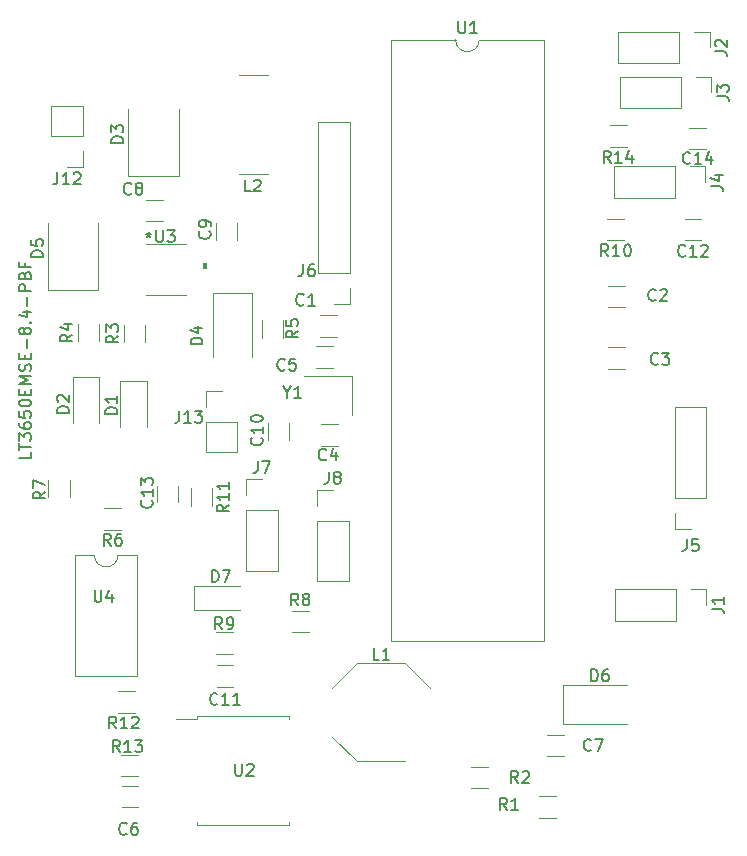
<source format=gbr>
%TF.GenerationSoftware,KiCad,Pcbnew,(6.0.7-1)-1*%
%TF.CreationDate,2023-05-02T22:47:35-04:00*%
%TF.ProjectId,pcb,7063622e-6b69-4636-9164-5f7063625858,rev?*%
%TF.SameCoordinates,Original*%
%TF.FileFunction,Legend,Top*%
%TF.FilePolarity,Positive*%
%FSLAX46Y46*%
G04 Gerber Fmt 4.6, Leading zero omitted, Abs format (unit mm)*
G04 Created by KiCad (PCBNEW (6.0.7-1)-1) date 2023-05-02 22:47:35*
%MOMM*%
%LPD*%
G01*
G04 APERTURE LIST*
%ADD10C,0.150000*%
%ADD11C,0.120000*%
%ADD12C,0.100000*%
G04 APERTURE END LIST*
D10*
%TO.C,L2*%
X125943333Y-83682380D02*
X125467142Y-83682380D01*
X125467142Y-82682380D01*
X126229047Y-82777619D02*
X126276666Y-82730000D01*
X126371904Y-82682380D01*
X126610000Y-82682380D01*
X126705238Y-82730000D01*
X126752857Y-82777619D01*
X126800476Y-82872857D01*
X126800476Y-82968095D01*
X126752857Y-83110952D01*
X126181428Y-83682380D01*
X126800476Y-83682380D01*
%TO.C,J7*%
X126566666Y-106522380D02*
X126566666Y-107236666D01*
X126519047Y-107379523D01*
X126423809Y-107474761D01*
X126280952Y-107522380D01*
X126185714Y-107522380D01*
X126947619Y-106522380D02*
X127614285Y-106522380D01*
X127185714Y-107522380D01*
%TO.C,J8*%
X132566666Y-107422380D02*
X132566666Y-108136666D01*
X132519047Y-108279523D01*
X132423809Y-108374761D01*
X132280952Y-108422380D01*
X132185714Y-108422380D01*
X133185714Y-107850952D02*
X133090476Y-107803333D01*
X133042857Y-107755714D01*
X132995238Y-107660476D01*
X132995238Y-107612857D01*
X133042857Y-107517619D01*
X133090476Y-107470000D01*
X133185714Y-107422380D01*
X133376190Y-107422380D01*
X133471428Y-107470000D01*
X133519047Y-107517619D01*
X133566666Y-107612857D01*
X133566666Y-107660476D01*
X133519047Y-107755714D01*
X133471428Y-107803333D01*
X133376190Y-107850952D01*
X133185714Y-107850952D01*
X133090476Y-107898571D01*
X133042857Y-107946190D01*
X132995238Y-108041428D01*
X132995238Y-108231904D01*
X133042857Y-108327142D01*
X133090476Y-108374761D01*
X133185714Y-108422380D01*
X133376190Y-108422380D01*
X133471428Y-108374761D01*
X133519047Y-108327142D01*
X133566666Y-108231904D01*
X133566666Y-108041428D01*
X133519047Y-107946190D01*
X133471428Y-107898571D01*
X133376190Y-107850952D01*
%TO.C,C4*%
X132333333Y-106357142D02*
X132285714Y-106404761D01*
X132142857Y-106452380D01*
X132047619Y-106452380D01*
X131904761Y-106404761D01*
X131809523Y-106309523D01*
X131761904Y-106214285D01*
X131714285Y-106023809D01*
X131714285Y-105880952D01*
X131761904Y-105690476D01*
X131809523Y-105595238D01*
X131904761Y-105500000D01*
X132047619Y-105452380D01*
X132142857Y-105452380D01*
X132285714Y-105500000D01*
X132333333Y-105547619D01*
X133190476Y-105785714D02*
X133190476Y-106452380D01*
X132952380Y-105404761D02*
X132714285Y-106119047D01*
X133333333Y-106119047D01*
%TO.C,Y1*%
X129023809Y-100676190D02*
X129023809Y-101152380D01*
X128690476Y-100152380D02*
X129023809Y-100676190D01*
X129357142Y-100152380D01*
X130214285Y-101152380D02*
X129642857Y-101152380D01*
X129928571Y-101152380D02*
X129928571Y-100152380D01*
X129833333Y-100295238D01*
X129738095Y-100390476D01*
X129642857Y-100438095D01*
%TO.C,U1*%
X143533095Y-69297380D02*
X143533095Y-70106904D01*
X143580714Y-70202142D01*
X143628333Y-70249761D01*
X143723571Y-70297380D01*
X143914047Y-70297380D01*
X144009285Y-70249761D01*
X144056904Y-70202142D01*
X144104523Y-70106904D01*
X144104523Y-69297380D01*
X145104523Y-70297380D02*
X144533095Y-70297380D01*
X144818809Y-70297380D02*
X144818809Y-69297380D01*
X144723571Y-69440238D01*
X144628333Y-69535476D01*
X144533095Y-69583095D01*
%TO.C,C5*%
X128833333Y-98757142D02*
X128785714Y-98804761D01*
X128642857Y-98852380D01*
X128547619Y-98852380D01*
X128404761Y-98804761D01*
X128309523Y-98709523D01*
X128261904Y-98614285D01*
X128214285Y-98423809D01*
X128214285Y-98280952D01*
X128261904Y-98090476D01*
X128309523Y-97995238D01*
X128404761Y-97900000D01*
X128547619Y-97852380D01*
X128642857Y-97852380D01*
X128785714Y-97900000D01*
X128833333Y-97947619D01*
X129738095Y-97852380D02*
X129261904Y-97852380D01*
X129214285Y-98328571D01*
X129261904Y-98280952D01*
X129357142Y-98233333D01*
X129595238Y-98233333D01*
X129690476Y-98280952D01*
X129738095Y-98328571D01*
X129785714Y-98423809D01*
X129785714Y-98661904D01*
X129738095Y-98757142D01*
X129690476Y-98804761D01*
X129595238Y-98852380D01*
X129357142Y-98852380D01*
X129261904Y-98804761D01*
X129214285Y-98757142D01*
%TO.C,U3*%
X117938095Y-86952380D02*
X117938095Y-87761904D01*
X117985714Y-87857142D01*
X118033333Y-87904761D01*
X118128571Y-87952380D01*
X118319047Y-87952380D01*
X118414285Y-87904761D01*
X118461904Y-87857142D01*
X118509523Y-87761904D01*
X118509523Y-86952380D01*
X118890476Y-86952380D02*
X119509523Y-86952380D01*
X119176190Y-87333333D01*
X119319047Y-87333333D01*
X119414285Y-87380952D01*
X119461904Y-87428571D01*
X119509523Y-87523809D01*
X119509523Y-87761904D01*
X119461904Y-87857142D01*
X119414285Y-87904761D01*
X119319047Y-87952380D01*
X119033333Y-87952380D01*
X118938095Y-87904761D01*
X118890476Y-87857142D01*
X107352380Y-105785714D02*
X107352380Y-106261904D01*
X106352380Y-106261904D01*
X106352380Y-105595238D02*
X106352380Y-105023809D01*
X107352380Y-105309523D02*
X106352380Y-105309523D01*
X106352380Y-104785714D02*
X106352380Y-104166666D01*
X106733333Y-104500000D01*
X106733333Y-104357142D01*
X106780952Y-104261904D01*
X106828571Y-104214285D01*
X106923809Y-104166666D01*
X107161904Y-104166666D01*
X107257142Y-104214285D01*
X107304761Y-104261904D01*
X107352380Y-104357142D01*
X107352380Y-104642857D01*
X107304761Y-104738095D01*
X107257142Y-104785714D01*
X106352380Y-103309523D02*
X106352380Y-103500000D01*
X106400000Y-103595238D01*
X106447619Y-103642857D01*
X106590476Y-103738095D01*
X106780952Y-103785714D01*
X107161904Y-103785714D01*
X107257142Y-103738095D01*
X107304761Y-103690476D01*
X107352380Y-103595238D01*
X107352380Y-103404761D01*
X107304761Y-103309523D01*
X107257142Y-103261904D01*
X107161904Y-103214285D01*
X106923809Y-103214285D01*
X106828571Y-103261904D01*
X106780952Y-103309523D01*
X106733333Y-103404761D01*
X106733333Y-103595238D01*
X106780952Y-103690476D01*
X106828571Y-103738095D01*
X106923809Y-103785714D01*
X106352380Y-102309523D02*
X106352380Y-102785714D01*
X106828571Y-102833333D01*
X106780952Y-102785714D01*
X106733333Y-102690476D01*
X106733333Y-102452380D01*
X106780952Y-102357142D01*
X106828571Y-102309523D01*
X106923809Y-102261904D01*
X107161904Y-102261904D01*
X107257142Y-102309523D01*
X107304761Y-102357142D01*
X107352380Y-102452380D01*
X107352380Y-102690476D01*
X107304761Y-102785714D01*
X107257142Y-102833333D01*
X106352380Y-101642857D02*
X106352380Y-101547619D01*
X106400000Y-101452380D01*
X106447619Y-101404761D01*
X106542857Y-101357142D01*
X106733333Y-101309523D01*
X106971428Y-101309523D01*
X107161904Y-101357142D01*
X107257142Y-101404761D01*
X107304761Y-101452380D01*
X107352380Y-101547619D01*
X107352380Y-101642857D01*
X107304761Y-101738095D01*
X107257142Y-101785714D01*
X107161904Y-101833333D01*
X106971428Y-101880952D01*
X106733333Y-101880952D01*
X106542857Y-101833333D01*
X106447619Y-101785714D01*
X106400000Y-101738095D01*
X106352380Y-101642857D01*
X106828571Y-100880952D02*
X106828571Y-100547619D01*
X107352380Y-100404761D02*
X107352380Y-100880952D01*
X106352380Y-100880952D01*
X106352380Y-100404761D01*
X107352380Y-99976190D02*
X106352380Y-99976190D01*
X107066666Y-99642857D01*
X106352380Y-99309523D01*
X107352380Y-99309523D01*
X107304761Y-98880952D02*
X107352380Y-98738095D01*
X107352380Y-98500000D01*
X107304761Y-98404761D01*
X107257142Y-98357142D01*
X107161904Y-98309523D01*
X107066666Y-98309523D01*
X106971428Y-98357142D01*
X106923809Y-98404761D01*
X106876190Y-98500000D01*
X106828571Y-98690476D01*
X106780952Y-98785714D01*
X106733333Y-98833333D01*
X106638095Y-98880952D01*
X106542857Y-98880952D01*
X106447619Y-98833333D01*
X106400000Y-98785714D01*
X106352380Y-98690476D01*
X106352380Y-98452380D01*
X106400000Y-98309523D01*
X106828571Y-97880952D02*
X106828571Y-97547619D01*
X107352380Y-97404761D02*
X107352380Y-97880952D01*
X106352380Y-97880952D01*
X106352380Y-97404761D01*
X106971428Y-96976190D02*
X106971428Y-96214285D01*
X106780952Y-95595238D02*
X106733333Y-95690476D01*
X106685714Y-95738095D01*
X106590476Y-95785714D01*
X106542857Y-95785714D01*
X106447619Y-95738095D01*
X106400000Y-95690476D01*
X106352380Y-95595238D01*
X106352380Y-95404761D01*
X106400000Y-95309523D01*
X106447619Y-95261904D01*
X106542857Y-95214285D01*
X106590476Y-95214285D01*
X106685714Y-95261904D01*
X106733333Y-95309523D01*
X106780952Y-95404761D01*
X106780952Y-95595238D01*
X106828571Y-95690476D01*
X106876190Y-95738095D01*
X106971428Y-95785714D01*
X107161904Y-95785714D01*
X107257142Y-95738095D01*
X107304761Y-95690476D01*
X107352380Y-95595238D01*
X107352380Y-95404761D01*
X107304761Y-95309523D01*
X107257142Y-95261904D01*
X107161904Y-95214285D01*
X106971428Y-95214285D01*
X106876190Y-95261904D01*
X106828571Y-95309523D01*
X106780952Y-95404761D01*
X107257142Y-94785714D02*
X107304761Y-94738095D01*
X107352380Y-94785714D01*
X107304761Y-94833333D01*
X107257142Y-94785714D01*
X107352380Y-94785714D01*
X106685714Y-93880952D02*
X107352380Y-93880952D01*
X106304761Y-94119047D02*
X107019047Y-94357142D01*
X107019047Y-93738095D01*
X106971428Y-93357142D02*
X106971428Y-92595238D01*
X107352380Y-92119047D02*
X106352380Y-92119047D01*
X106352380Y-91738095D01*
X106400000Y-91642857D01*
X106447619Y-91595238D01*
X106542857Y-91547619D01*
X106685714Y-91547619D01*
X106780952Y-91595238D01*
X106828571Y-91642857D01*
X106876190Y-91738095D01*
X106876190Y-92119047D01*
X106828571Y-90785714D02*
X106876190Y-90642857D01*
X106923809Y-90595238D01*
X107019047Y-90547619D01*
X107161904Y-90547619D01*
X107257142Y-90595238D01*
X107304761Y-90642857D01*
X107352380Y-90738095D01*
X107352380Y-91119047D01*
X106352380Y-91119047D01*
X106352380Y-90785714D01*
X106400000Y-90690476D01*
X106447619Y-90642857D01*
X106542857Y-90595238D01*
X106638095Y-90595238D01*
X106733333Y-90642857D01*
X106780952Y-90690476D01*
X106828571Y-90785714D01*
X106828571Y-91119047D01*
X106828571Y-89785714D02*
X106828571Y-90119047D01*
X107352380Y-90119047D02*
X106352380Y-90119047D01*
X106352380Y-89642857D01*
X117300000Y-87152380D02*
X117300000Y-87390476D01*
X117061904Y-87295238D02*
X117300000Y-87390476D01*
X117538095Y-87295238D01*
X117157142Y-87580952D02*
X117300000Y-87390476D01*
X117442857Y-87580952D01*
%TO.C,C8*%
X115833333Y-83857142D02*
X115785714Y-83904761D01*
X115642857Y-83952380D01*
X115547619Y-83952380D01*
X115404761Y-83904761D01*
X115309523Y-83809523D01*
X115261904Y-83714285D01*
X115214285Y-83523809D01*
X115214285Y-83380952D01*
X115261904Y-83190476D01*
X115309523Y-83095238D01*
X115404761Y-83000000D01*
X115547619Y-82952380D01*
X115642857Y-82952380D01*
X115785714Y-83000000D01*
X115833333Y-83047619D01*
X116404761Y-83380952D02*
X116309523Y-83333333D01*
X116261904Y-83285714D01*
X116214285Y-83190476D01*
X116214285Y-83142857D01*
X116261904Y-83047619D01*
X116309523Y-83000000D01*
X116404761Y-82952380D01*
X116595238Y-82952380D01*
X116690476Y-83000000D01*
X116738095Y-83047619D01*
X116785714Y-83142857D01*
X116785714Y-83190476D01*
X116738095Y-83285714D01*
X116690476Y-83333333D01*
X116595238Y-83380952D01*
X116404761Y-83380952D01*
X116309523Y-83428571D01*
X116261904Y-83476190D01*
X116214285Y-83571428D01*
X116214285Y-83761904D01*
X116261904Y-83857142D01*
X116309523Y-83904761D01*
X116404761Y-83952380D01*
X116595238Y-83952380D01*
X116690476Y-83904761D01*
X116738095Y-83857142D01*
X116785714Y-83761904D01*
X116785714Y-83571428D01*
X116738095Y-83476190D01*
X116690476Y-83428571D01*
X116595238Y-83380952D01*
%TO.C,D3*%
X115152380Y-79588095D02*
X114152380Y-79588095D01*
X114152380Y-79350000D01*
X114200000Y-79207142D01*
X114295238Y-79111904D01*
X114390476Y-79064285D01*
X114580952Y-79016666D01*
X114723809Y-79016666D01*
X114914285Y-79064285D01*
X115009523Y-79111904D01*
X115104761Y-79207142D01*
X115152380Y-79350000D01*
X115152380Y-79588095D01*
X114152380Y-78683333D02*
X114152380Y-78064285D01*
X114533333Y-78397619D01*
X114533333Y-78254761D01*
X114580952Y-78159523D01*
X114628571Y-78111904D01*
X114723809Y-78064285D01*
X114961904Y-78064285D01*
X115057142Y-78111904D01*
X115104761Y-78159523D01*
X115152380Y-78254761D01*
X115152380Y-78540476D01*
X115104761Y-78635714D01*
X115057142Y-78683333D01*
%TO.C,C13*%
X117557142Y-109842857D02*
X117604761Y-109890476D01*
X117652380Y-110033333D01*
X117652380Y-110128571D01*
X117604761Y-110271428D01*
X117509523Y-110366666D01*
X117414285Y-110414285D01*
X117223809Y-110461904D01*
X117080952Y-110461904D01*
X116890476Y-110414285D01*
X116795238Y-110366666D01*
X116700000Y-110271428D01*
X116652380Y-110128571D01*
X116652380Y-110033333D01*
X116700000Y-109890476D01*
X116747619Y-109842857D01*
X117652380Y-108890476D02*
X117652380Y-109461904D01*
X117652380Y-109176190D02*
X116652380Y-109176190D01*
X116795238Y-109271428D01*
X116890476Y-109366666D01*
X116938095Y-109461904D01*
X116652380Y-108557142D02*
X116652380Y-107938095D01*
X117033333Y-108271428D01*
X117033333Y-108128571D01*
X117080952Y-108033333D01*
X117128571Y-107985714D01*
X117223809Y-107938095D01*
X117461904Y-107938095D01*
X117557142Y-107985714D01*
X117604761Y-108033333D01*
X117652380Y-108128571D01*
X117652380Y-108414285D01*
X117604761Y-108509523D01*
X117557142Y-108557142D01*
%TO.C,D5*%
X108352380Y-89238095D02*
X107352380Y-89238095D01*
X107352380Y-89000000D01*
X107400000Y-88857142D01*
X107495238Y-88761904D01*
X107590476Y-88714285D01*
X107780952Y-88666666D01*
X107923809Y-88666666D01*
X108114285Y-88714285D01*
X108209523Y-88761904D01*
X108304761Y-88857142D01*
X108352380Y-89000000D01*
X108352380Y-89238095D01*
X107352380Y-87761904D02*
X107352380Y-88238095D01*
X107828571Y-88285714D01*
X107780952Y-88238095D01*
X107733333Y-88142857D01*
X107733333Y-87904761D01*
X107780952Y-87809523D01*
X107828571Y-87761904D01*
X107923809Y-87714285D01*
X108161904Y-87714285D01*
X108257142Y-87761904D01*
X108304761Y-87809523D01*
X108352380Y-87904761D01*
X108352380Y-88142857D01*
X108304761Y-88238095D01*
X108257142Y-88285714D01*
%TO.C,R14*%
X156419642Y-81264880D02*
X156086309Y-80788690D01*
X155848214Y-81264880D02*
X155848214Y-80264880D01*
X156229166Y-80264880D01*
X156324404Y-80312500D01*
X156372023Y-80360119D01*
X156419642Y-80455357D01*
X156419642Y-80598214D01*
X156372023Y-80693452D01*
X156324404Y-80741071D01*
X156229166Y-80788690D01*
X155848214Y-80788690D01*
X157372023Y-81264880D02*
X156800595Y-81264880D01*
X157086309Y-81264880D02*
X157086309Y-80264880D01*
X156991071Y-80407738D01*
X156895833Y-80502976D01*
X156800595Y-80550595D01*
X158229166Y-80598214D02*
X158229166Y-81264880D01*
X157991071Y-80217261D02*
X157752976Y-80931547D01*
X158372023Y-80931547D01*
%TO.C,J6*%
X130366666Y-89852380D02*
X130366666Y-90566666D01*
X130319047Y-90709523D01*
X130223809Y-90804761D01*
X130080952Y-90852380D01*
X129985714Y-90852380D01*
X131271428Y-89852380D02*
X131080952Y-89852380D01*
X130985714Y-89900000D01*
X130938095Y-89947619D01*
X130842857Y-90090476D01*
X130795238Y-90280952D01*
X130795238Y-90661904D01*
X130842857Y-90757142D01*
X130890476Y-90804761D01*
X130985714Y-90852380D01*
X131176190Y-90852380D01*
X131271428Y-90804761D01*
X131319047Y-90757142D01*
X131366666Y-90661904D01*
X131366666Y-90423809D01*
X131319047Y-90328571D01*
X131271428Y-90280952D01*
X131176190Y-90233333D01*
X130985714Y-90233333D01*
X130890476Y-90280952D01*
X130842857Y-90328571D01*
X130795238Y-90423809D01*
%TO.C,U2*%
X124638095Y-132152380D02*
X124638095Y-132961904D01*
X124685714Y-133057142D01*
X124733333Y-133104761D01*
X124828571Y-133152380D01*
X125019047Y-133152380D01*
X125114285Y-133104761D01*
X125161904Y-133057142D01*
X125209523Y-132961904D01*
X125209523Y-132152380D01*
X125638095Y-132247619D02*
X125685714Y-132200000D01*
X125780952Y-132152380D01*
X126019047Y-132152380D01*
X126114285Y-132200000D01*
X126161904Y-132247619D01*
X126209523Y-132342857D01*
X126209523Y-132438095D01*
X126161904Y-132580952D01*
X125590476Y-133152380D01*
X126209523Y-133152380D01*
%TO.C,L1*%
X136833333Y-123352380D02*
X136357142Y-123352380D01*
X136357142Y-122352380D01*
X137690476Y-123352380D02*
X137119047Y-123352380D01*
X137404761Y-123352380D02*
X137404761Y-122352380D01*
X137309523Y-122495238D01*
X137214285Y-122590476D01*
X137119047Y-122638095D01*
%TO.C,R2*%
X148583333Y-133752380D02*
X148250000Y-133276190D01*
X148011904Y-133752380D02*
X148011904Y-132752380D01*
X148392857Y-132752380D01*
X148488095Y-132800000D01*
X148535714Y-132847619D01*
X148583333Y-132942857D01*
X148583333Y-133085714D01*
X148535714Y-133180952D01*
X148488095Y-133228571D01*
X148392857Y-133276190D01*
X148011904Y-133276190D01*
X148964285Y-132847619D02*
X149011904Y-132800000D01*
X149107142Y-132752380D01*
X149345238Y-132752380D01*
X149440476Y-132800000D01*
X149488095Y-132847619D01*
X149535714Y-132942857D01*
X149535714Y-133038095D01*
X149488095Y-133180952D01*
X148916666Y-133752380D01*
X149535714Y-133752380D01*
%TO.C,J4*%
X164907380Y-83233333D02*
X165621666Y-83233333D01*
X165764523Y-83280952D01*
X165859761Y-83376190D01*
X165907380Y-83519047D01*
X165907380Y-83614285D01*
X165240714Y-82328571D02*
X165907380Y-82328571D01*
X164859761Y-82566666D02*
X165574047Y-82804761D01*
X165574047Y-82185714D01*
%TO.C,R8*%
X129970833Y-118732380D02*
X129637500Y-118256190D01*
X129399404Y-118732380D02*
X129399404Y-117732380D01*
X129780357Y-117732380D01*
X129875595Y-117780000D01*
X129923214Y-117827619D01*
X129970833Y-117922857D01*
X129970833Y-118065714D01*
X129923214Y-118160952D01*
X129875595Y-118208571D01*
X129780357Y-118256190D01*
X129399404Y-118256190D01*
X130542261Y-118160952D02*
X130447023Y-118113333D01*
X130399404Y-118065714D01*
X130351785Y-117970476D01*
X130351785Y-117922857D01*
X130399404Y-117827619D01*
X130447023Y-117780000D01*
X130542261Y-117732380D01*
X130732738Y-117732380D01*
X130827976Y-117780000D01*
X130875595Y-117827619D01*
X130923214Y-117922857D01*
X130923214Y-117970476D01*
X130875595Y-118065714D01*
X130827976Y-118113333D01*
X130732738Y-118160952D01*
X130542261Y-118160952D01*
X130447023Y-118208571D01*
X130399404Y-118256190D01*
X130351785Y-118351428D01*
X130351785Y-118541904D01*
X130399404Y-118637142D01*
X130447023Y-118684761D01*
X130542261Y-118732380D01*
X130732738Y-118732380D01*
X130827976Y-118684761D01*
X130875595Y-118637142D01*
X130923214Y-118541904D01*
X130923214Y-118351428D01*
X130875595Y-118256190D01*
X130827976Y-118208571D01*
X130732738Y-118160952D01*
%TO.C,R11*%
X124072380Y-110205357D02*
X123596190Y-110538690D01*
X124072380Y-110776785D02*
X123072380Y-110776785D01*
X123072380Y-110395833D01*
X123120000Y-110300595D01*
X123167619Y-110252976D01*
X123262857Y-110205357D01*
X123405714Y-110205357D01*
X123500952Y-110252976D01*
X123548571Y-110300595D01*
X123596190Y-110395833D01*
X123596190Y-110776785D01*
X124072380Y-109252976D02*
X124072380Y-109824404D01*
X124072380Y-109538690D02*
X123072380Y-109538690D01*
X123215238Y-109633928D01*
X123310476Y-109729166D01*
X123358095Y-109824404D01*
X124072380Y-108300595D02*
X124072380Y-108872023D01*
X124072380Y-108586309D02*
X123072380Y-108586309D01*
X123215238Y-108681547D01*
X123310476Y-108776785D01*
X123358095Y-108872023D01*
%TO.C,R5*%
X129952380Y-95466666D02*
X129476190Y-95800000D01*
X129952380Y-96038095D02*
X128952380Y-96038095D01*
X128952380Y-95657142D01*
X129000000Y-95561904D01*
X129047619Y-95514285D01*
X129142857Y-95466666D01*
X129285714Y-95466666D01*
X129380952Y-95514285D01*
X129428571Y-95561904D01*
X129476190Y-95657142D01*
X129476190Y-96038095D01*
X128952380Y-94561904D02*
X128952380Y-95038095D01*
X129428571Y-95085714D01*
X129380952Y-95038095D01*
X129333333Y-94942857D01*
X129333333Y-94704761D01*
X129380952Y-94609523D01*
X129428571Y-94561904D01*
X129523809Y-94514285D01*
X129761904Y-94514285D01*
X129857142Y-94561904D01*
X129904761Y-94609523D01*
X129952380Y-94704761D01*
X129952380Y-94942857D01*
X129904761Y-95038095D01*
X129857142Y-95085714D01*
%TO.C,R6*%
X114095833Y-113672380D02*
X113762500Y-113196190D01*
X113524404Y-113672380D02*
X113524404Y-112672380D01*
X113905357Y-112672380D01*
X114000595Y-112720000D01*
X114048214Y-112767619D01*
X114095833Y-112862857D01*
X114095833Y-113005714D01*
X114048214Y-113100952D01*
X114000595Y-113148571D01*
X113905357Y-113196190D01*
X113524404Y-113196190D01*
X114952976Y-112672380D02*
X114762500Y-112672380D01*
X114667261Y-112720000D01*
X114619642Y-112767619D01*
X114524404Y-112910476D01*
X114476785Y-113100952D01*
X114476785Y-113481904D01*
X114524404Y-113577142D01*
X114572023Y-113624761D01*
X114667261Y-113672380D01*
X114857738Y-113672380D01*
X114952976Y-113624761D01*
X115000595Y-113577142D01*
X115048214Y-113481904D01*
X115048214Y-113243809D01*
X115000595Y-113148571D01*
X114952976Y-113100952D01*
X114857738Y-113053333D01*
X114667261Y-113053333D01*
X114572023Y-113100952D01*
X114524404Y-113148571D01*
X114476785Y-113243809D01*
%TO.C,J12*%
X109590476Y-82082380D02*
X109590476Y-82796666D01*
X109542857Y-82939523D01*
X109447619Y-83034761D01*
X109304761Y-83082380D01*
X109209523Y-83082380D01*
X110590476Y-83082380D02*
X110019047Y-83082380D01*
X110304761Y-83082380D02*
X110304761Y-82082380D01*
X110209523Y-82225238D01*
X110114285Y-82320476D01*
X110019047Y-82368095D01*
X110971428Y-82177619D02*
X111019047Y-82130000D01*
X111114285Y-82082380D01*
X111352380Y-82082380D01*
X111447619Y-82130000D01*
X111495238Y-82177619D01*
X111542857Y-82272857D01*
X111542857Y-82368095D01*
X111495238Y-82510952D01*
X110923809Y-83082380D01*
X111542857Y-83082380D01*
%TO.C,C6*%
X115433333Y-138057142D02*
X115385714Y-138104761D01*
X115242857Y-138152380D01*
X115147619Y-138152380D01*
X115004761Y-138104761D01*
X114909523Y-138009523D01*
X114861904Y-137914285D01*
X114814285Y-137723809D01*
X114814285Y-137580952D01*
X114861904Y-137390476D01*
X114909523Y-137295238D01*
X115004761Y-137200000D01*
X115147619Y-137152380D01*
X115242857Y-137152380D01*
X115385714Y-137200000D01*
X115433333Y-137247619D01*
X116290476Y-137152380D02*
X116100000Y-137152380D01*
X116004761Y-137200000D01*
X115957142Y-137247619D01*
X115861904Y-137390476D01*
X115814285Y-137580952D01*
X115814285Y-137961904D01*
X115861904Y-138057142D01*
X115909523Y-138104761D01*
X116004761Y-138152380D01*
X116195238Y-138152380D01*
X116290476Y-138104761D01*
X116338095Y-138057142D01*
X116385714Y-137961904D01*
X116385714Y-137723809D01*
X116338095Y-137628571D01*
X116290476Y-137580952D01*
X116195238Y-137533333D01*
X116004761Y-137533333D01*
X115909523Y-137580952D01*
X115861904Y-137628571D01*
X115814285Y-137723809D01*
%TO.C,D1*%
X114652380Y-102538095D02*
X113652380Y-102538095D01*
X113652380Y-102300000D01*
X113700000Y-102157142D01*
X113795238Y-102061904D01*
X113890476Y-102014285D01*
X114080952Y-101966666D01*
X114223809Y-101966666D01*
X114414285Y-102014285D01*
X114509523Y-102061904D01*
X114604761Y-102157142D01*
X114652380Y-102300000D01*
X114652380Y-102538095D01*
X114652380Y-101014285D02*
X114652380Y-101585714D01*
X114652380Y-101300000D02*
X113652380Y-101300000D01*
X113795238Y-101395238D01*
X113890476Y-101490476D01*
X113938095Y-101585714D01*
%TO.C,C9*%
X122457142Y-87066666D02*
X122504761Y-87114285D01*
X122552380Y-87257142D01*
X122552380Y-87352380D01*
X122504761Y-87495238D01*
X122409523Y-87590476D01*
X122314285Y-87638095D01*
X122123809Y-87685714D01*
X121980952Y-87685714D01*
X121790476Y-87638095D01*
X121695238Y-87590476D01*
X121600000Y-87495238D01*
X121552380Y-87352380D01*
X121552380Y-87257142D01*
X121600000Y-87114285D01*
X121647619Y-87066666D01*
X122552380Y-86590476D02*
X122552380Y-86400000D01*
X122504761Y-86304761D01*
X122457142Y-86257142D01*
X122314285Y-86161904D01*
X122123809Y-86114285D01*
X121742857Y-86114285D01*
X121647619Y-86161904D01*
X121600000Y-86209523D01*
X121552380Y-86304761D01*
X121552380Y-86495238D01*
X121600000Y-86590476D01*
X121647619Y-86638095D01*
X121742857Y-86685714D01*
X121980952Y-86685714D01*
X122076190Y-86638095D01*
X122123809Y-86590476D01*
X122171428Y-86495238D01*
X122171428Y-86304761D01*
X122123809Y-86209523D01*
X122076190Y-86161904D01*
X121980952Y-86114285D01*
%TO.C,J2*%
X165262380Y-71833333D02*
X165976666Y-71833333D01*
X166119523Y-71880952D01*
X166214761Y-71976190D01*
X166262380Y-72119047D01*
X166262380Y-72214285D01*
X165357619Y-71404761D02*
X165310000Y-71357142D01*
X165262380Y-71261904D01*
X165262380Y-71023809D01*
X165310000Y-70928571D01*
X165357619Y-70880952D01*
X165452857Y-70833333D01*
X165548095Y-70833333D01*
X165690952Y-70880952D01*
X166262380Y-71452380D01*
X166262380Y-70833333D01*
%TO.C,C12*%
X162757142Y-89107142D02*
X162709523Y-89154761D01*
X162566666Y-89202380D01*
X162471428Y-89202380D01*
X162328571Y-89154761D01*
X162233333Y-89059523D01*
X162185714Y-88964285D01*
X162138095Y-88773809D01*
X162138095Y-88630952D01*
X162185714Y-88440476D01*
X162233333Y-88345238D01*
X162328571Y-88250000D01*
X162471428Y-88202380D01*
X162566666Y-88202380D01*
X162709523Y-88250000D01*
X162757142Y-88297619D01*
X163709523Y-89202380D02*
X163138095Y-89202380D01*
X163423809Y-89202380D02*
X163423809Y-88202380D01*
X163328571Y-88345238D01*
X163233333Y-88440476D01*
X163138095Y-88488095D01*
X164090476Y-88297619D02*
X164138095Y-88250000D01*
X164233333Y-88202380D01*
X164471428Y-88202380D01*
X164566666Y-88250000D01*
X164614285Y-88297619D01*
X164661904Y-88392857D01*
X164661904Y-88488095D01*
X164614285Y-88630952D01*
X164042857Y-89202380D01*
X164661904Y-89202380D01*
%TO.C,C2*%
X160233333Y-92857142D02*
X160185714Y-92904761D01*
X160042857Y-92952380D01*
X159947619Y-92952380D01*
X159804761Y-92904761D01*
X159709523Y-92809523D01*
X159661904Y-92714285D01*
X159614285Y-92523809D01*
X159614285Y-92380952D01*
X159661904Y-92190476D01*
X159709523Y-92095238D01*
X159804761Y-92000000D01*
X159947619Y-91952380D01*
X160042857Y-91952380D01*
X160185714Y-92000000D01*
X160233333Y-92047619D01*
X160614285Y-92047619D02*
X160661904Y-92000000D01*
X160757142Y-91952380D01*
X160995238Y-91952380D01*
X161090476Y-92000000D01*
X161138095Y-92047619D01*
X161185714Y-92142857D01*
X161185714Y-92238095D01*
X161138095Y-92380952D01*
X160566666Y-92952380D01*
X161185714Y-92952380D01*
%TO.C,R10*%
X156219642Y-89172380D02*
X155886309Y-88696190D01*
X155648214Y-89172380D02*
X155648214Y-88172380D01*
X156029166Y-88172380D01*
X156124404Y-88220000D01*
X156172023Y-88267619D01*
X156219642Y-88362857D01*
X156219642Y-88505714D01*
X156172023Y-88600952D01*
X156124404Y-88648571D01*
X156029166Y-88696190D01*
X155648214Y-88696190D01*
X157172023Y-89172380D02*
X156600595Y-89172380D01*
X156886309Y-89172380D02*
X156886309Y-88172380D01*
X156791071Y-88315238D01*
X156695833Y-88410476D01*
X156600595Y-88458095D01*
X157791071Y-88172380D02*
X157886309Y-88172380D01*
X157981547Y-88220000D01*
X158029166Y-88267619D01*
X158076785Y-88362857D01*
X158124404Y-88553333D01*
X158124404Y-88791428D01*
X158076785Y-88981904D01*
X158029166Y-89077142D01*
X157981547Y-89124761D01*
X157886309Y-89172380D01*
X157791071Y-89172380D01*
X157695833Y-89124761D01*
X157648214Y-89077142D01*
X157600595Y-88981904D01*
X157552976Y-88791428D01*
X157552976Y-88553333D01*
X157600595Y-88362857D01*
X157648214Y-88267619D01*
X157695833Y-88220000D01*
X157791071Y-88172380D01*
%TO.C,C7*%
X154758333Y-130957142D02*
X154710714Y-131004761D01*
X154567857Y-131052380D01*
X154472619Y-131052380D01*
X154329761Y-131004761D01*
X154234523Y-130909523D01*
X154186904Y-130814285D01*
X154139285Y-130623809D01*
X154139285Y-130480952D01*
X154186904Y-130290476D01*
X154234523Y-130195238D01*
X154329761Y-130100000D01*
X154472619Y-130052380D01*
X154567857Y-130052380D01*
X154710714Y-130100000D01*
X154758333Y-130147619D01*
X155091666Y-130052380D02*
X155758333Y-130052380D01*
X155329761Y-131052380D01*
%TO.C,R4*%
X110832380Y-95804166D02*
X110356190Y-96137500D01*
X110832380Y-96375595D02*
X109832380Y-96375595D01*
X109832380Y-95994642D01*
X109880000Y-95899404D01*
X109927619Y-95851785D01*
X110022857Y-95804166D01*
X110165714Y-95804166D01*
X110260952Y-95851785D01*
X110308571Y-95899404D01*
X110356190Y-95994642D01*
X110356190Y-96375595D01*
X110165714Y-94947023D02*
X110832380Y-94947023D01*
X109784761Y-95185119D02*
X110499047Y-95423214D01*
X110499047Y-94804166D01*
%TO.C,J1*%
X164982380Y-119033333D02*
X165696666Y-119033333D01*
X165839523Y-119080952D01*
X165934761Y-119176190D01*
X165982380Y-119319047D01*
X165982380Y-119414285D01*
X165982380Y-118033333D02*
X165982380Y-118604761D01*
X165982380Y-118319047D02*
X164982380Y-118319047D01*
X165125238Y-118414285D01*
X165220476Y-118509523D01*
X165268095Y-118604761D01*
%TO.C,C1*%
X130433333Y-93257142D02*
X130385714Y-93304761D01*
X130242857Y-93352380D01*
X130147619Y-93352380D01*
X130004761Y-93304761D01*
X129909523Y-93209523D01*
X129861904Y-93114285D01*
X129814285Y-92923809D01*
X129814285Y-92780952D01*
X129861904Y-92590476D01*
X129909523Y-92495238D01*
X130004761Y-92400000D01*
X130147619Y-92352380D01*
X130242857Y-92352380D01*
X130385714Y-92400000D01*
X130433333Y-92447619D01*
X131385714Y-93352380D02*
X130814285Y-93352380D01*
X131100000Y-93352380D02*
X131100000Y-92352380D01*
X131004761Y-92495238D01*
X130909523Y-92590476D01*
X130814285Y-92638095D01*
%TO.C,R7*%
X108552380Y-109104166D02*
X108076190Y-109437500D01*
X108552380Y-109675595D02*
X107552380Y-109675595D01*
X107552380Y-109294642D01*
X107600000Y-109199404D01*
X107647619Y-109151785D01*
X107742857Y-109104166D01*
X107885714Y-109104166D01*
X107980952Y-109151785D01*
X108028571Y-109199404D01*
X108076190Y-109294642D01*
X108076190Y-109675595D01*
X107552380Y-108770833D02*
X107552380Y-108104166D01*
X108552380Y-108532738D01*
%TO.C,D2*%
X110552380Y-102438095D02*
X109552380Y-102438095D01*
X109552380Y-102200000D01*
X109600000Y-102057142D01*
X109695238Y-101961904D01*
X109790476Y-101914285D01*
X109980952Y-101866666D01*
X110123809Y-101866666D01*
X110314285Y-101914285D01*
X110409523Y-101961904D01*
X110504761Y-102057142D01*
X110552380Y-102200000D01*
X110552380Y-102438095D01*
X109647619Y-101485714D02*
X109600000Y-101438095D01*
X109552380Y-101342857D01*
X109552380Y-101104761D01*
X109600000Y-101009523D01*
X109647619Y-100961904D01*
X109742857Y-100914285D01*
X109838095Y-100914285D01*
X109980952Y-100961904D01*
X110552380Y-101533333D01*
X110552380Y-100914285D01*
%TO.C,R12*%
X114557142Y-129152380D02*
X114223809Y-128676190D01*
X113985714Y-129152380D02*
X113985714Y-128152380D01*
X114366666Y-128152380D01*
X114461904Y-128200000D01*
X114509523Y-128247619D01*
X114557142Y-128342857D01*
X114557142Y-128485714D01*
X114509523Y-128580952D01*
X114461904Y-128628571D01*
X114366666Y-128676190D01*
X113985714Y-128676190D01*
X115509523Y-129152380D02*
X114938095Y-129152380D01*
X115223809Y-129152380D02*
X115223809Y-128152380D01*
X115128571Y-128295238D01*
X115033333Y-128390476D01*
X114938095Y-128438095D01*
X115890476Y-128247619D02*
X115938095Y-128200000D01*
X116033333Y-128152380D01*
X116271428Y-128152380D01*
X116366666Y-128200000D01*
X116414285Y-128247619D01*
X116461904Y-128342857D01*
X116461904Y-128438095D01*
X116414285Y-128580952D01*
X115842857Y-129152380D01*
X116461904Y-129152380D01*
%TO.C,R1*%
X147633333Y-136052380D02*
X147300000Y-135576190D01*
X147061904Y-136052380D02*
X147061904Y-135052380D01*
X147442857Y-135052380D01*
X147538095Y-135100000D01*
X147585714Y-135147619D01*
X147633333Y-135242857D01*
X147633333Y-135385714D01*
X147585714Y-135480952D01*
X147538095Y-135528571D01*
X147442857Y-135576190D01*
X147061904Y-135576190D01*
X148585714Y-136052380D02*
X148014285Y-136052380D01*
X148300000Y-136052380D02*
X148300000Y-135052380D01*
X148204761Y-135195238D01*
X148109523Y-135290476D01*
X148014285Y-135338095D01*
%TO.C,J13*%
X119890476Y-102252380D02*
X119890476Y-102966666D01*
X119842857Y-103109523D01*
X119747619Y-103204761D01*
X119604761Y-103252380D01*
X119509523Y-103252380D01*
X120890476Y-103252380D02*
X120319047Y-103252380D01*
X120604761Y-103252380D02*
X120604761Y-102252380D01*
X120509523Y-102395238D01*
X120414285Y-102490476D01*
X120319047Y-102538095D01*
X121223809Y-102252380D02*
X121842857Y-102252380D01*
X121509523Y-102633333D01*
X121652380Y-102633333D01*
X121747619Y-102680952D01*
X121795238Y-102728571D01*
X121842857Y-102823809D01*
X121842857Y-103061904D01*
X121795238Y-103157142D01*
X121747619Y-103204761D01*
X121652380Y-103252380D01*
X121366666Y-103252380D01*
X121271428Y-103204761D01*
X121223809Y-103157142D01*
%TO.C,C14*%
X163144642Y-81249642D02*
X163097023Y-81297261D01*
X162954166Y-81344880D01*
X162858928Y-81344880D01*
X162716071Y-81297261D01*
X162620833Y-81202023D01*
X162573214Y-81106785D01*
X162525595Y-80916309D01*
X162525595Y-80773452D01*
X162573214Y-80582976D01*
X162620833Y-80487738D01*
X162716071Y-80392500D01*
X162858928Y-80344880D01*
X162954166Y-80344880D01*
X163097023Y-80392500D01*
X163144642Y-80440119D01*
X164097023Y-81344880D02*
X163525595Y-81344880D01*
X163811309Y-81344880D02*
X163811309Y-80344880D01*
X163716071Y-80487738D01*
X163620833Y-80582976D01*
X163525595Y-80630595D01*
X164954166Y-80678214D02*
X164954166Y-81344880D01*
X164716071Y-80297261D02*
X164477976Y-81011547D01*
X165097023Y-81011547D01*
%TO.C,J3*%
X165407380Y-75633333D02*
X166121666Y-75633333D01*
X166264523Y-75680952D01*
X166359761Y-75776190D01*
X166407380Y-75919047D01*
X166407380Y-76014285D01*
X165407380Y-75252380D02*
X165407380Y-74633333D01*
X165788333Y-74966666D01*
X165788333Y-74823809D01*
X165835952Y-74728571D01*
X165883571Y-74680952D01*
X165978809Y-74633333D01*
X166216904Y-74633333D01*
X166312142Y-74680952D01*
X166359761Y-74728571D01*
X166407380Y-74823809D01*
X166407380Y-75109523D01*
X166359761Y-75204761D01*
X166312142Y-75252380D01*
%TO.C,C3*%
X160433333Y-98257142D02*
X160385714Y-98304761D01*
X160242857Y-98352380D01*
X160147619Y-98352380D01*
X160004761Y-98304761D01*
X159909523Y-98209523D01*
X159861904Y-98114285D01*
X159814285Y-97923809D01*
X159814285Y-97780952D01*
X159861904Y-97590476D01*
X159909523Y-97495238D01*
X160004761Y-97400000D01*
X160147619Y-97352380D01*
X160242857Y-97352380D01*
X160385714Y-97400000D01*
X160433333Y-97447619D01*
X160766666Y-97352380D02*
X161385714Y-97352380D01*
X161052380Y-97733333D01*
X161195238Y-97733333D01*
X161290476Y-97780952D01*
X161338095Y-97828571D01*
X161385714Y-97923809D01*
X161385714Y-98161904D01*
X161338095Y-98257142D01*
X161290476Y-98304761D01*
X161195238Y-98352380D01*
X160909523Y-98352380D01*
X160814285Y-98304761D01*
X160766666Y-98257142D01*
%TO.C,R13*%
X114857142Y-131152380D02*
X114523809Y-130676190D01*
X114285714Y-131152380D02*
X114285714Y-130152380D01*
X114666666Y-130152380D01*
X114761904Y-130200000D01*
X114809523Y-130247619D01*
X114857142Y-130342857D01*
X114857142Y-130485714D01*
X114809523Y-130580952D01*
X114761904Y-130628571D01*
X114666666Y-130676190D01*
X114285714Y-130676190D01*
X115809523Y-131152380D02*
X115238095Y-131152380D01*
X115523809Y-131152380D02*
X115523809Y-130152380D01*
X115428571Y-130295238D01*
X115333333Y-130390476D01*
X115238095Y-130438095D01*
X116142857Y-130152380D02*
X116761904Y-130152380D01*
X116428571Y-130533333D01*
X116571428Y-130533333D01*
X116666666Y-130580952D01*
X116714285Y-130628571D01*
X116761904Y-130723809D01*
X116761904Y-130961904D01*
X116714285Y-131057142D01*
X116666666Y-131104761D01*
X116571428Y-131152380D01*
X116285714Y-131152380D01*
X116190476Y-131104761D01*
X116142857Y-131057142D01*
%TO.C,C11*%
X123132142Y-127057142D02*
X123084523Y-127104761D01*
X122941666Y-127152380D01*
X122846428Y-127152380D01*
X122703571Y-127104761D01*
X122608333Y-127009523D01*
X122560714Y-126914285D01*
X122513095Y-126723809D01*
X122513095Y-126580952D01*
X122560714Y-126390476D01*
X122608333Y-126295238D01*
X122703571Y-126200000D01*
X122846428Y-126152380D01*
X122941666Y-126152380D01*
X123084523Y-126200000D01*
X123132142Y-126247619D01*
X124084523Y-127152380D02*
X123513095Y-127152380D01*
X123798809Y-127152380D02*
X123798809Y-126152380D01*
X123703571Y-126295238D01*
X123608333Y-126390476D01*
X123513095Y-126438095D01*
X125036904Y-127152380D02*
X124465476Y-127152380D01*
X124751190Y-127152380D02*
X124751190Y-126152380D01*
X124655952Y-126295238D01*
X124560714Y-126390476D01*
X124465476Y-126438095D01*
%TO.C,D7*%
X122661904Y-116752380D02*
X122661904Y-115752380D01*
X122900000Y-115752380D01*
X123042857Y-115800000D01*
X123138095Y-115895238D01*
X123185714Y-115990476D01*
X123233333Y-116180952D01*
X123233333Y-116323809D01*
X123185714Y-116514285D01*
X123138095Y-116609523D01*
X123042857Y-116704761D01*
X122900000Y-116752380D01*
X122661904Y-116752380D01*
X123566666Y-115752380D02*
X124233333Y-115752380D01*
X123804761Y-116752380D01*
%TO.C,D6*%
X154761904Y-125152380D02*
X154761904Y-124152380D01*
X155000000Y-124152380D01*
X155142857Y-124200000D01*
X155238095Y-124295238D01*
X155285714Y-124390476D01*
X155333333Y-124580952D01*
X155333333Y-124723809D01*
X155285714Y-124914285D01*
X155238095Y-125009523D01*
X155142857Y-125104761D01*
X155000000Y-125152380D01*
X154761904Y-125152380D01*
X156190476Y-124152380D02*
X156000000Y-124152380D01*
X155904761Y-124200000D01*
X155857142Y-124247619D01*
X155761904Y-124390476D01*
X155714285Y-124580952D01*
X155714285Y-124961904D01*
X155761904Y-125057142D01*
X155809523Y-125104761D01*
X155904761Y-125152380D01*
X156095238Y-125152380D01*
X156190476Y-125104761D01*
X156238095Y-125057142D01*
X156285714Y-124961904D01*
X156285714Y-124723809D01*
X156238095Y-124628571D01*
X156190476Y-124580952D01*
X156095238Y-124533333D01*
X155904761Y-124533333D01*
X155809523Y-124580952D01*
X155761904Y-124628571D01*
X155714285Y-124723809D01*
%TO.C,R9*%
X123533333Y-120752380D02*
X123200000Y-120276190D01*
X122961904Y-120752380D02*
X122961904Y-119752380D01*
X123342857Y-119752380D01*
X123438095Y-119800000D01*
X123485714Y-119847619D01*
X123533333Y-119942857D01*
X123533333Y-120085714D01*
X123485714Y-120180952D01*
X123438095Y-120228571D01*
X123342857Y-120276190D01*
X122961904Y-120276190D01*
X124009523Y-120752380D02*
X124200000Y-120752380D01*
X124295238Y-120704761D01*
X124342857Y-120657142D01*
X124438095Y-120514285D01*
X124485714Y-120323809D01*
X124485714Y-119942857D01*
X124438095Y-119847619D01*
X124390476Y-119800000D01*
X124295238Y-119752380D01*
X124104761Y-119752380D01*
X124009523Y-119800000D01*
X123961904Y-119847619D01*
X123914285Y-119942857D01*
X123914285Y-120180952D01*
X123961904Y-120276190D01*
X124009523Y-120323809D01*
X124104761Y-120371428D01*
X124295238Y-120371428D01*
X124390476Y-120323809D01*
X124438095Y-120276190D01*
X124485714Y-120180952D01*
%TO.C,U4*%
X112738095Y-117452380D02*
X112738095Y-118261904D01*
X112785714Y-118357142D01*
X112833333Y-118404761D01*
X112928571Y-118452380D01*
X113119047Y-118452380D01*
X113214285Y-118404761D01*
X113261904Y-118357142D01*
X113309523Y-118261904D01*
X113309523Y-117452380D01*
X114214285Y-117785714D02*
X114214285Y-118452380D01*
X113976190Y-117404761D02*
X113738095Y-118119047D01*
X114357142Y-118119047D01*
%TO.C,C10*%
X126857142Y-104542857D02*
X126904761Y-104590476D01*
X126952380Y-104733333D01*
X126952380Y-104828571D01*
X126904761Y-104971428D01*
X126809523Y-105066666D01*
X126714285Y-105114285D01*
X126523809Y-105161904D01*
X126380952Y-105161904D01*
X126190476Y-105114285D01*
X126095238Y-105066666D01*
X126000000Y-104971428D01*
X125952380Y-104828571D01*
X125952380Y-104733333D01*
X126000000Y-104590476D01*
X126047619Y-104542857D01*
X126952380Y-103590476D02*
X126952380Y-104161904D01*
X126952380Y-103876190D02*
X125952380Y-103876190D01*
X126095238Y-103971428D01*
X126190476Y-104066666D01*
X126238095Y-104161904D01*
X125952380Y-102971428D02*
X125952380Y-102876190D01*
X126000000Y-102780952D01*
X126047619Y-102733333D01*
X126142857Y-102685714D01*
X126333333Y-102638095D01*
X126571428Y-102638095D01*
X126761904Y-102685714D01*
X126857142Y-102733333D01*
X126904761Y-102780952D01*
X126952380Y-102876190D01*
X126952380Y-102971428D01*
X126904761Y-103066666D01*
X126857142Y-103114285D01*
X126761904Y-103161904D01*
X126571428Y-103209523D01*
X126333333Y-103209523D01*
X126142857Y-103161904D01*
X126047619Y-103114285D01*
X126000000Y-103066666D01*
X125952380Y-102971428D01*
%TO.C,J5*%
X162866666Y-113122380D02*
X162866666Y-113836666D01*
X162819047Y-113979523D01*
X162723809Y-114074761D01*
X162580952Y-114122380D01*
X162485714Y-114122380D01*
X163819047Y-113122380D02*
X163342857Y-113122380D01*
X163295238Y-113598571D01*
X163342857Y-113550952D01*
X163438095Y-113503333D01*
X163676190Y-113503333D01*
X163771428Y-113550952D01*
X163819047Y-113598571D01*
X163866666Y-113693809D01*
X163866666Y-113931904D01*
X163819047Y-114027142D01*
X163771428Y-114074761D01*
X163676190Y-114122380D01*
X163438095Y-114122380D01*
X163342857Y-114074761D01*
X163295238Y-114027142D01*
%TO.C,D4*%
X121852380Y-96638095D02*
X120852380Y-96638095D01*
X120852380Y-96400000D01*
X120900000Y-96257142D01*
X120995238Y-96161904D01*
X121090476Y-96114285D01*
X121280952Y-96066666D01*
X121423809Y-96066666D01*
X121614285Y-96114285D01*
X121709523Y-96161904D01*
X121804761Y-96257142D01*
X121852380Y-96400000D01*
X121852380Y-96638095D01*
X121185714Y-95209523D02*
X121852380Y-95209523D01*
X120804761Y-95447619D02*
X121519047Y-95685714D01*
X121519047Y-95066666D01*
%TO.C,R3*%
X114732380Y-95904166D02*
X114256190Y-96237500D01*
X114732380Y-96475595D02*
X113732380Y-96475595D01*
X113732380Y-96094642D01*
X113780000Y-95999404D01*
X113827619Y-95951785D01*
X113922857Y-95904166D01*
X114065714Y-95904166D01*
X114160952Y-95951785D01*
X114208571Y-95999404D01*
X114256190Y-96094642D01*
X114256190Y-96475595D01*
X113732380Y-95570833D02*
X113732380Y-94951785D01*
X114113333Y-95285119D01*
X114113333Y-95142261D01*
X114160952Y-95047023D01*
X114208571Y-94999404D01*
X114303809Y-94951785D01*
X114541904Y-94951785D01*
X114637142Y-94999404D01*
X114684761Y-95047023D01*
X114732380Y-95142261D01*
X114732380Y-95427976D01*
X114684761Y-95523214D01*
X114637142Y-95570833D01*
D11*
%TO.C,L2*%
X127450000Y-73800000D02*
X124950000Y-73800000D01*
X124950000Y-82200000D02*
X127450000Y-82200000D01*
%TO.C,J7*%
X125570000Y-115810000D02*
X128230000Y-115810000D01*
X125570000Y-110670000D02*
X125570000Y-115810000D01*
X125570000Y-109400000D02*
X125570000Y-108070000D01*
X128230000Y-110670000D02*
X128230000Y-115810000D01*
X125570000Y-108070000D02*
X126900000Y-108070000D01*
X125570000Y-110670000D02*
X128230000Y-110670000D01*
%TO.C,J8*%
X131570000Y-116710000D02*
X134230000Y-116710000D01*
X131570000Y-111570000D02*
X131570000Y-116710000D01*
X131570000Y-110300000D02*
X131570000Y-108970000D01*
X134230000Y-111570000D02*
X134230000Y-116710000D01*
X131570000Y-108970000D02*
X132900000Y-108970000D01*
X131570000Y-111570000D02*
X134230000Y-111570000D01*
%TO.C,C4*%
X131888748Y-105210000D02*
X133311252Y-105210000D01*
X131888748Y-103390000D02*
X133311252Y-103390000D01*
%TO.C,Y1*%
X134500000Y-99350000D02*
X130500000Y-99350000D01*
X134500000Y-102650000D02*
X134500000Y-99350000D01*
%TO.C,U1*%
X143295000Y-70845000D02*
G75*
G03*
X145295000Y-70845000I1000000J0D01*
G01*
X143295000Y-70845000D02*
X137835000Y-70845000D01*
X150755000Y-70845000D02*
X145295000Y-70845000D01*
X137835000Y-70845000D02*
X137835000Y-121765000D01*
X137835000Y-121765000D02*
X150755000Y-121765000D01*
X150755000Y-121765000D02*
X150755000Y-70845000D01*
%TO.C,C5*%
X132911252Y-98610000D02*
X131488748Y-98610000D01*
X132911252Y-96790000D02*
X131488748Y-96790000D01*
%TO.C,U3*%
X120476400Y-88102900D02*
X117123600Y-88102900D01*
X117123600Y-92497100D02*
X120476400Y-92497100D01*
G36*
X122190900Y-90165380D02*
G01*
X121936900Y-90165380D01*
X121936900Y-89784380D01*
X122190900Y-89784380D01*
X122190900Y-90165380D01*
G37*
D12*
X122190900Y-90165380D02*
X121936900Y-90165380D01*
X121936900Y-89784380D01*
X122190900Y-89784380D01*
X122190900Y-90165380D01*
D11*
%TO.C,C8*%
X117088748Y-84390000D02*
X118511252Y-84390000D01*
X117088748Y-86210000D02*
X118511252Y-86210000D01*
%TO.C,D3*%
X119850000Y-82400000D02*
X119850000Y-76700000D01*
X115550000Y-82400000D02*
X115550000Y-76700000D01*
X115550000Y-82400000D02*
X119850000Y-82400000D01*
%TO.C,C13*%
X117990000Y-110011252D02*
X117990000Y-108588748D01*
X119810000Y-110011252D02*
X119810000Y-108588748D01*
%TO.C,D5*%
X108750000Y-92050000D02*
X113050000Y-92050000D01*
X113050000Y-92050000D02*
X113050000Y-86350000D01*
X108750000Y-92050000D02*
X108750000Y-86350000D01*
%TO.C,R14*%
X157789564Y-78082500D02*
X156335436Y-78082500D01*
X157789564Y-79902500D02*
X156335436Y-79902500D01*
%TO.C,J6*%
X134330000Y-91850000D02*
X134330000Y-93180000D01*
X134330000Y-77820000D02*
X131670000Y-77820000D01*
X134330000Y-90580000D02*
X131670000Y-90580000D01*
X134330000Y-93180000D02*
X133000000Y-93180000D01*
X134330000Y-90580000D02*
X134330000Y-77820000D01*
X131670000Y-90580000D02*
X131670000Y-77820000D01*
%TO.C,U2*%
X125300000Y-137310000D02*
X121440000Y-137310000D01*
X129160000Y-137310000D02*
X129160000Y-137070000D01*
X125300000Y-137310000D02*
X129160000Y-137310000D01*
X121440000Y-137310000D02*
X121440000Y-137070000D01*
X121440000Y-128330000D02*
X119625000Y-128330000D01*
X125300000Y-128090000D02*
X129160000Y-128090000D01*
X125300000Y-128090000D02*
X121440000Y-128090000D01*
X129160000Y-128090000D02*
X129160000Y-128330000D01*
X121440000Y-128090000D02*
X121440000Y-128330000D01*
%TO.C,L1*%
X139050000Y-123650000D02*
X141150000Y-125750000D01*
X134950000Y-131950000D02*
X132850000Y-129850000D01*
X134950000Y-123650000D02*
X139050000Y-123650000D01*
X139050000Y-131950000D02*
X134950000Y-131950000D01*
X134950000Y-123650000D02*
X132850000Y-125750000D01*
%TO.C,R2*%
X144585436Y-132390000D02*
X146039564Y-132390000D01*
X144585436Y-134210000D02*
X146039564Y-134210000D01*
%TO.C,J4*%
X161855000Y-84230000D02*
X156715000Y-84230000D01*
X164455000Y-81570000D02*
X164455000Y-82900000D01*
X156715000Y-81570000D02*
X156715000Y-84230000D01*
X161855000Y-81570000D02*
X161855000Y-84230000D01*
X163125000Y-81570000D02*
X164455000Y-81570000D01*
X161855000Y-81570000D02*
X156715000Y-81570000D01*
%TO.C,R8*%
X129410436Y-121010000D02*
X130864564Y-121010000D01*
X129410436Y-119190000D02*
X130864564Y-119190000D01*
%TO.C,R11*%
X120890000Y-108835436D02*
X120890000Y-110289564D01*
X122710000Y-108835436D02*
X122710000Y-110289564D01*
%TO.C,R5*%
X126890000Y-94610436D02*
X126890000Y-96064564D01*
X128710000Y-94610436D02*
X128710000Y-96064564D01*
%TO.C,R6*%
X114989564Y-112310000D02*
X113535436Y-112310000D01*
X114989564Y-110490000D02*
X113535436Y-110490000D01*
%TO.C,J12*%
X111730000Y-76430000D02*
X109070000Y-76430000D01*
X111730000Y-79030000D02*
X109070000Y-79030000D01*
X111730000Y-81630000D02*
X110400000Y-81630000D01*
X111730000Y-79030000D02*
X111730000Y-76430000D01*
X109070000Y-79030000D02*
X109070000Y-76430000D01*
X111730000Y-80300000D02*
X111730000Y-81630000D01*
%TO.C,C6*%
X116436252Y-133990000D02*
X115013748Y-133990000D01*
X116436252Y-135810000D02*
X115013748Y-135810000D01*
%TO.C,D1*%
X117135000Y-99715000D02*
X114865000Y-99715000D01*
X117135000Y-103600000D02*
X117135000Y-99715000D01*
X114865000Y-99715000D02*
X114865000Y-103600000D01*
%TO.C,C9*%
X122990000Y-86363748D02*
X122990000Y-87786252D01*
X124810000Y-86363748D02*
X124810000Y-87786252D01*
%TO.C,J2*%
X163480000Y-70170000D02*
X164810000Y-70170000D01*
X157070000Y-70170000D02*
X157070000Y-72830000D01*
X162210000Y-70170000D02*
X162210000Y-72830000D01*
X164810000Y-70170000D02*
X164810000Y-71500000D01*
X162210000Y-70170000D02*
X157070000Y-70170000D01*
X162210000Y-72830000D02*
X157070000Y-72830000D01*
%TO.C,C12*%
X164111252Y-87810000D02*
X162688748Y-87810000D01*
X164111252Y-85990000D02*
X162688748Y-85990000D01*
%TO.C,C2*%
X156188748Y-93510000D02*
X157611252Y-93510000D01*
X156188748Y-91690000D02*
X157611252Y-91690000D01*
%TO.C,R10*%
X157589564Y-85990000D02*
X156135436Y-85990000D01*
X157589564Y-87810000D02*
X156135436Y-87810000D01*
%TO.C,C7*%
X151013748Y-131510000D02*
X152436252Y-131510000D01*
X151013748Y-129690000D02*
X152436252Y-129690000D01*
%TO.C,R4*%
X111290000Y-96364564D02*
X111290000Y-94910436D01*
X113110000Y-96364564D02*
X113110000Y-94910436D01*
%TO.C,J1*%
X161930000Y-117370000D02*
X156790000Y-117370000D01*
X161930000Y-117370000D02*
X161930000Y-120030000D01*
X161930000Y-120030000D02*
X156790000Y-120030000D01*
X156790000Y-117370000D02*
X156790000Y-120030000D01*
X164530000Y-117370000D02*
X164530000Y-118700000D01*
X163200000Y-117370000D02*
X164530000Y-117370000D01*
%TO.C,C1*%
X133236252Y-94190000D02*
X131813748Y-94190000D01*
X133236252Y-96010000D02*
X131813748Y-96010000D01*
%TO.C,R7*%
X108790000Y-108110436D02*
X108790000Y-109564564D01*
X110610000Y-108110436D02*
X110610000Y-109564564D01*
%TO.C,D2*%
X113135000Y-103300000D02*
X113135000Y-99415000D01*
X110865000Y-99415000D02*
X110865000Y-103300000D01*
X113135000Y-99415000D02*
X110865000Y-99415000D01*
%TO.C,R12*%
X114710436Y-127810000D02*
X116164564Y-127810000D01*
X114710436Y-125990000D02*
X116164564Y-125990000D01*
%TO.C,R1*%
X151789564Y-136710000D02*
X150335436Y-136710000D01*
X151789564Y-134890000D02*
X150335436Y-134890000D01*
%TO.C,J13*%
X122170000Y-100570000D02*
X123500000Y-100570000D01*
X124830000Y-103170000D02*
X124830000Y-105770000D01*
X122170000Y-101900000D02*
X122170000Y-100570000D01*
X122170000Y-103170000D02*
X122170000Y-105770000D01*
X122170000Y-103170000D02*
X124830000Y-103170000D01*
X122170000Y-105770000D02*
X124830000Y-105770000D01*
%TO.C,C14*%
X164498752Y-78282500D02*
X163076248Y-78282500D01*
X164498752Y-80102500D02*
X163076248Y-80102500D01*
%TO.C,J3*%
X157215000Y-73970000D02*
X157215000Y-76630000D01*
X162355000Y-76630000D02*
X157215000Y-76630000D01*
X164955000Y-73970000D02*
X164955000Y-75300000D01*
X162355000Y-73970000D02*
X162355000Y-76630000D01*
X162355000Y-73970000D02*
X157215000Y-73970000D01*
X163625000Y-73970000D02*
X164955000Y-73970000D01*
%TO.C,C3*%
X157611252Y-96890000D02*
X156188748Y-96890000D01*
X157611252Y-98710000D02*
X156188748Y-98710000D01*
%TO.C,R13*%
X116427064Y-133210000D02*
X114972936Y-133210000D01*
X116427064Y-131390000D02*
X114972936Y-131390000D01*
%TO.C,C11*%
X123063748Y-125610000D02*
X124486252Y-125610000D01*
X123063748Y-123790000D02*
X124486252Y-123790000D01*
%TO.C,D7*%
X121150000Y-119100000D02*
X125050000Y-119100000D01*
X121150000Y-117100000D02*
X125050000Y-117100000D01*
X121150000Y-117100000D02*
X121150000Y-119100000D01*
%TO.C,D6*%
X152400000Y-125450000D02*
X152400000Y-128750000D01*
X152400000Y-128750000D02*
X157800000Y-128750000D01*
X152400000Y-125450000D02*
X157800000Y-125450000D01*
%TO.C,R9*%
X124489564Y-122810000D02*
X123035436Y-122810000D01*
X124489564Y-120990000D02*
X123035436Y-120990000D01*
%TO.C,U4*%
X116360000Y-124750000D02*
X116360000Y-114470000D01*
X111060000Y-124750000D02*
X116360000Y-124750000D01*
X111060000Y-114470000D02*
X111060000Y-124750000D01*
X112710000Y-114470000D02*
X111060000Y-114470000D01*
X116360000Y-114470000D02*
X114710000Y-114470000D01*
X112710000Y-114470000D02*
G75*
G03*
X114710000Y-114470000I1000000J0D01*
G01*
%TO.C,C10*%
X129210000Y-103288748D02*
X129210000Y-104711252D01*
X127390000Y-103288748D02*
X127390000Y-104711252D01*
%TO.C,J5*%
X164530000Y-109630000D02*
X161870000Y-109630000D01*
X161870000Y-109630000D02*
X161870000Y-101950000D01*
X163200000Y-112230000D02*
X161870000Y-112230000D01*
X164530000Y-101950000D02*
X161870000Y-101950000D01*
X164530000Y-109630000D02*
X164530000Y-101950000D01*
X161870000Y-112230000D02*
X161870000Y-110900000D01*
%TO.C,D4*%
X126050000Y-92300000D02*
X122750000Y-92300000D01*
X122750000Y-92300000D02*
X122750000Y-97700000D01*
X126050000Y-92300000D02*
X126050000Y-97700000D01*
%TO.C,R3*%
X115190000Y-96464564D02*
X115190000Y-95010436D01*
X117010000Y-96464564D02*
X117010000Y-95010436D01*
%TD*%
M02*

</source>
